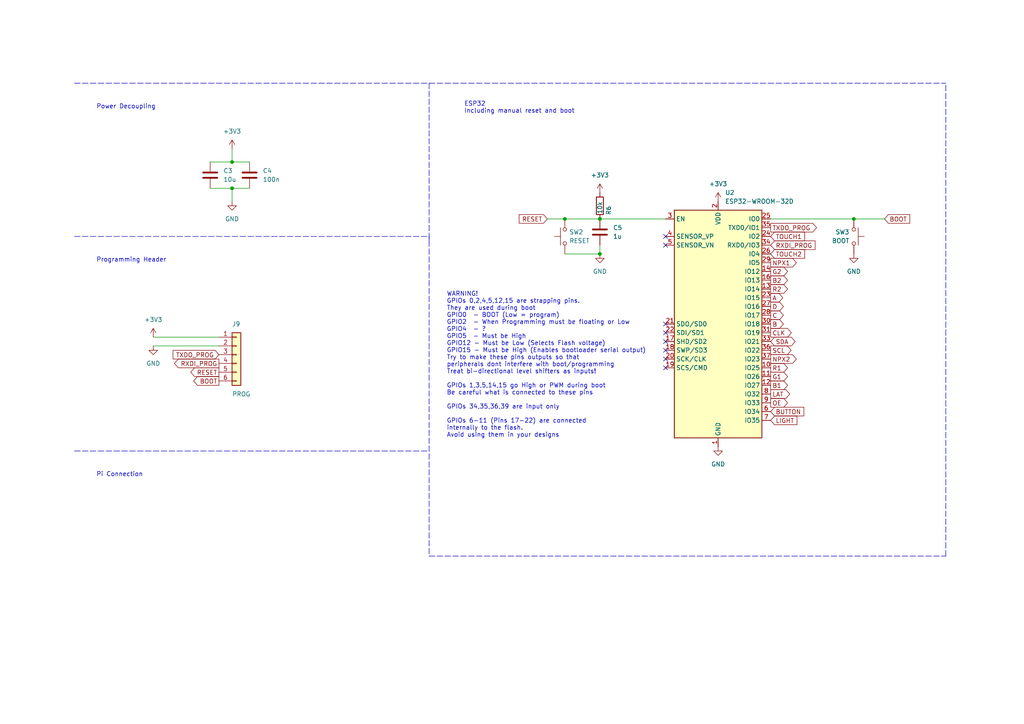
<source format=kicad_sch>
(kicad_sch (version 20211123) (generator eeschema)
  (paper "A4")
  (lib_symbols
    (symbol "Connector_Generic:Conn_01x06" (pin_names (offset 1.016) hide)
      (property "Reference" "J" (at 0 7.62 0))
      (property "Value" "Conn_01x06" (at 0 -10.16 0))
      (symbol "Conn_01x06_1_1"
        (rectangle (start -1.27 -7.493) (end 0 -7.747) (stroke (width 0.1524)))
        (rectangle (start -1.27 -4.953) (end 0 -5.207) (stroke (width 0.1524)))
        (rectangle (start -1.27 -2.413) (end 0 -2.667) (stroke (width 0.1524)))
        (rectangle (start -1.27 0.127) (end 0 -0.127) (stroke (width 0.1524)))
        (rectangle (start -1.27 2.667) (end 0 2.413) (stroke (width 0.1524)))
        (rectangle (start -1.27 5.207) (end 0 4.953) (stroke (width 0.1524)))
        (rectangle (start -1.27 6.35) (end 1.27 -8.89) (stroke (width 0.254)) (fill (type background)))
        (pin passive line (at -5.08 5.08 0) (length 3.81) (name "Pin_1") (number "1"))
        (pin passive line (at -5.08 2.54 0) (length 3.81) (name "Pin_2") (number "2"))
        (pin passive line (at -5.08 0 0) (length 3.81) (name "Pin_3") (number "3"))
        (pin passive line (at -5.08 -2.54 0) (length 3.81) (name "Pin_4") (number "4"))
        (pin passive line (at -5.08 -5.08 0) (length 3.81) (name "Pin_5") (number "5"))
        (pin passive line (at -5.08 -7.62 0) (length 3.81) (name "Pin_6") (number "6"))
      )
    )
    (symbol "Device:C" (pin_numbers hide) (pin_names (offset 0.254))
      (property "Reference" "C" (at 0.635 2.54 0))
      (property "Value" "C" (at 0.635 -2.54 0))
      (symbol "C_0_1"
        (polyline (pts (xy -2.032 -0.762) (xy 2.032 -0.762)) (stroke (width 0.508)))
        (polyline (pts (xy -2.032 0.762) (xy 2.032 0.762)) (stroke (width 0.508)))
      )
      (symbol "C_1_1"
        (pin passive line (at 0 3.81 270) (length 2.794) (name "~") (number "1"))
        (pin passive line (at 0 -3.81 90) (length 2.794) (name "~") (number "2"))
      )
    )
    (symbol "Device:R" (pin_numbers hide) (pin_names (offset 0))
      (property "Reference" "R" (at 2.032 0 90))
      (property "Value" "R" (at 0 0 90))
      (symbol "R_0_1"
        (rectangle (start -1.016 -2.54) (end 1.016 2.54) (stroke (width 0.254)))
      )
      (symbol "R_1_1"
        (pin passive line (at 0 3.81 270) (length 1.27) (name "~") (number "1"))
        (pin passive line (at 0 -3.81 90) (length 1.27) (name "~") (number "2"))
      )
    )
    (symbol "RF_Module:ESP32-WROOM-32D"
      (property "Reference" "U" (at -12.7 34.29 0))
      (property "Value" "ESP32-WROOM-32D" (at 1.27 34.29 0))
      (symbol "ESP32-WROOM-32D_0_1"
        (rectangle (start -12.7 33.02) (end 12.7 -33.02) (stroke (width 0.254)) (fill (type background)))
      )
      (symbol "ESP32-WROOM-32D_1_1"
        (pin power_in line (at 0 -35.56 90) (length 2.54) (name "GND") (number "1"))
        (pin bidirectional line (at 15.24 -12.7 180) (length 2.54) (name "IO25") (number "10"))
        (pin bidirectional line (at 15.24 -15.24 180) (length 2.54) (name "IO26") (number "11"))
        (pin bidirectional line (at 15.24 -17.78 180) (length 2.54) (name "IO27") (number "12"))
        (pin bidirectional line (at 15.24 10.16 180) (length 2.54) (name "IO14") (number "13"))
        (pin bidirectional line (at 15.24 15.24 180) (length 2.54) (name "IO12") (number "14"))
        (pin passive line (at 0 -35.56 90) (length 2.54) hide (name "GND") (number "15"))
        (pin bidirectional line (at 15.24 12.7 180) (length 2.54) (name "IO13") (number "16"))
        (pin bidirectional line (at -15.24 -5.08 0) (length 2.54) (name "SHD/SD2") (number "17"))
        (pin bidirectional line (at -15.24 -7.62 0) (length 2.54) (name "SWP/SD3") (number "18"))
        (pin bidirectional line (at -15.24 -12.7 0) (length 2.54) (name "SCS/CMD") (number "19"))
        (pin power_in line (at 0 35.56 270) (length 2.54) (name "VDD") (number "2"))
        (pin bidirectional line (at -15.24 -10.16 0) (length 2.54) (name "SCK/CLK") (number "20"))
        (pin bidirectional line (at -15.24 0 0) (length 2.54) (name "SDO/SD0") (number "21"))
        (pin bidirectional line (at -15.24 -2.54 0) (length 2.54) (name "SDI/SD1") (number "22"))
        (pin bidirectional line (at 15.24 7.62 180) (length 2.54) (name "IO15") (number "23"))
        (pin bidirectional line (at 15.24 25.4 180) (length 2.54) (name "IO2") (number "24"))
        (pin bidirectional line (at 15.24 30.48 180) (length 2.54) (name "IO0") (number "25"))
        (pin bidirectional line (at 15.24 20.32 180) (length 2.54) (name "IO4") (number "26"))
        (pin bidirectional line (at 15.24 5.08 180) (length 2.54) (name "IO16") (number "27"))
        (pin bidirectional line (at 15.24 2.54 180) (length 2.54) (name "IO17") (number "28"))
        (pin bidirectional line (at 15.24 17.78 180) (length 2.54) (name "IO5") (number "29"))
        (pin input line (at -15.24 30.48 0) (length 2.54) (name "EN") (number "3"))
        (pin bidirectional line (at 15.24 0 180) (length 2.54) (name "IO18") (number "30"))
        (pin bidirectional line (at 15.24 -2.54 180) (length 2.54) (name "IO19") (number "31"))
        (pin no_connect line (at -12.7 -27.94 0) (length 2.54) hide (name "NC") (number "32"))
        (pin bidirectional line (at 15.24 -5.08 180) (length 2.54) (name "IO21") (number "33"))
        (pin bidirectional line (at 15.24 22.86 180) (length 2.54) (name "RXD0/IO3") (number "34"))
        (pin bidirectional line (at 15.24 27.94 180) (length 2.54) (name "TXD0/IO1") (number "35"))
        (pin bidirectional line (at 15.24 -7.62 180) (length 2.54) (name "IO22") (number "36"))
        (pin bidirectional line (at 15.24 -10.16 180) (length 2.54) (name "IO23") (number "37"))
        (pin passive line (at 0 -35.56 90) (length 2.54) hide (name "GND") (number "38"))
        (pin passive line (at 0 -35.56 90) (length 2.54) hide (name "GND") (number "39"))
        (pin input line (at -15.24 25.4 0) (length 2.54) (name "SENSOR_VP") (number "4"))
        (pin input line (at -15.24 22.86 0) (length 2.54) (name "SENSOR_VN") (number "5"))
        (pin input line (at 15.24 -25.4 180) (length 2.54) (name "IO34") (number "6"))
        (pin input line (at 15.24 -27.94 180) (length 2.54) (name "IO35") (number "7"))
        (pin bidirectional line (at 15.24 -20.32 180) (length 2.54) (name "IO32") (number "8"))
        (pin bidirectional line (at 15.24 -22.86 180) (length 2.54) (name "IO33") (number "9"))
      )
    )
    (symbol "Switch:SW_Push" (pin_numbers hide) (pin_names (offset 1.016) hide)
      (property "Reference" "SW" (at 1.27 2.54 0))
      (property "Value" "SW_Push" (at 0 -1.524 0))
      (symbol "SW_Push_0_1"
        (circle (center -2.032 0) (radius 0.508))
        (polyline (pts (xy 0 1.27) (xy 0 3.048)))
        (polyline (pts (xy 2.54 1.27) (xy -2.54 1.27)))
        (circle (center 2.032 0) (radius 0.508))
        (pin passive line (at -5.08 0 0) (length 2.54) (name "1") (number "1"))
        (pin passive line (at 5.08 0 180) (length 2.54) (name "2") (number "2"))
      )
    )
    (symbol "power:+3V3" (power) (pin_names (offset 0))
      (property "Value" "+3V3" (at 0 3.556 0))
      (symbol "+3V3_0_1"
        (polyline (pts (xy -0.762 1.27) (xy 0 2.54)))
        (polyline (pts (xy 0 0) (xy 0 2.54)))
        (polyline (pts (xy 0 2.54) (xy 0.762 1.27)))
      )
      (symbol "+3V3_1_1"
        (pin power_in line (at 0 0 90) (length 0) hide (name "+3V3") (number "1"))
      )
    )
    (symbol "power:GND" (power) (pin_names (offset 0))
      (property "Value" "GND" (at 0 -3.81 0))
      (symbol "GND_0_1"
        (polyline (pts (xy 0 0) (xy 0 -1.27) (xy 1.27 -1.27) (xy 0 -2.54) (xy -1.27 -1.27) (xy 0 -1.27)))
      )
      (symbol "GND_1_1"
        (pin power_in line (at 0 0 270) (length 0) hide (name "GND") (number "1"))
      )
    )
  )
  (junction (at 247.65 63.5))
  (junction (at 67.31 54.61))
  (junction (at 173.99 63.5))
  (junction (at 173.99 73.66))
  (junction (at 67.31 46.99))
  (junction (at 163.83 63.5))
  (no_connect (at 193.04 104.14))
  (no_connect (at 193.04 106.68))
  (no_connect (at 193.04 93.98))
  (no_connect (at 193.04 96.52))
  (no_connect (at 193.04 99.06))
  (no_connect (at 193.04 101.6))
  (no_connect (at 193.04 68.58))
  (no_connect (at 193.04 71.12))
  (wire (pts (xy 247.65 63.5) (xy 256.54 63.5)))
  (polyline (pts (xy 124.46 24.13) (xy 124.46 161.29)))
  (polyline (pts (xy 124.46 161.29) (xy 274.32 161.29)))
  (polyline (pts (xy 21.59 130.81) (xy 124.46 130.81)))
  (wire (pts (xy 223.52 63.5) (xy 247.65 63.5)))
  (wire (pts (xy 67.31 54.61) (xy 72.39 54.61)))
  (wire (pts (xy 173.99 63.5) (xy 193.04 63.5)))
  (wire (pts (xy 67.31 43.18) (xy 67.31 46.99)))
  (wire (pts (xy 163.83 63.5) (xy 173.99 63.5)))
  (wire (pts (xy 60.96 54.61) (xy 67.31 54.61)))
  (wire (pts (xy 44.45 97.79) (xy 63.5 97.79)))
  (wire (pts (xy 67.31 46.99) (xy 72.39 46.99)))
  (polyline (pts (xy 124.46 68.58) (xy 124.46 69.85)))
  (polyline (pts (xy 21.59 24.13) (xy 124.46 24.13)))
  (wire (pts (xy 158.75 63.5) (xy 163.83 63.5)))
  (polyline (pts (xy 124.46 24.13) (xy 274.32 24.13)))
  (wire (pts (xy 60.96 46.99) (xy 67.31 46.99)))
  (wire (pts (xy 173.99 73.66) (xy 173.99 71.12)))
  (wire (pts (xy 67.31 54.61) (xy 67.31 58.42)))
  (polyline (pts (xy 21.59 68.58) (xy 124.46 68.58)))
  (polyline (pts (xy 274.32 161.29) (xy 274.32 24.13)))
  (wire (pts (xy 163.83 73.66) (xy 173.99 73.66)))
  (wire (pts (xy 44.45 100.33) (xy 63.5 100.33)))
  (text "Pi Connection" (at 27.94 138.43 0) (effects (font (size 1.27 1.27)) (justify left bottom)))
  (text "ESP32\nIncluding manual reset and boot" (at 134.62 33.02 0) (effects (font (size 1.27 1.27)) (justify left bottom)))
  (text "Programming Header" (at 27.94 76.2 0) (effects (font (size 1.27 1.27)) (justify left bottom)))
  (text "WARNING!\nGPIOs 0,2,4,5,12,15 are strapping pins.\nThey are used during boot\nGPIO0  - BOOT (Low = program)\nGPIO2  - When Programming must be floating or Low\nGPIO4  - ?\nGPIO5  - Must be High\nGPIO12 - Must be Low (Selects Flash voltage)\nGPIO15 - Must be High (Enables bootloader serial output)\nTry to make these pins outputs so that\nperipherals dont interfere with boot/programming\nTreat bi-directional level shifters as inputs!\n\nGPIOs 1,3,5,14,15 go High or PWM during boot\nBe careful what is connected to these pins\n\nGPIOs 34,35,36,39 are input only\n\nGPIOs 6-11 (Pins 17-22) are connected\ninternally to the flash.\nAvoid using them in your designs" (at 129.54 127 0) (effects (font (size 1.27 1.27)) (justify left bottom)))
  (text "Power Decoupling" (at 27.94 31.75 0) (effects (font (size 1.27 1.27)) (justify left bottom)))
  (global_label "D" (shape output) (at 223.52 88.9 0) (property "Intersheet References" "${INTERSHEET_REFS}" (effects hide)))
  (global_label "B1" (shape output) (at 223.52 111.76 0) (property "Intersheet References" "${INTERSHEET_REFS}" (effects hide)))
  (global_label "B" (shape output) (at 223.52 93.98 0) (property "Intersheet References" "${INTERSHEET_REFS}" (effects hide)))
  (global_label "R2" (shape output) (at 223.52 83.82 0) (property "Intersheet References" "${INTERSHEET_REFS}" (effects hide)))
  (global_label "G1" (shape output) (at 223.52 109.22 0) (property "Intersheet References" "${INTERSHEET_REFS}" (effects hide)))
  (global_label "A" (shape output) (at 223.52 86.36 0) (property "Intersheet References" "${INTERSHEET_REFS}" (effects hide)))
  (global_label "LAT" (shape output) (at 223.52 114.3 0) (property "Intersheet References" "${INTERSHEET_REFS}" (effects hide)))
  (global_label "R1" (shape output) (at 223.52 106.68 0) (property "Intersheet References" "${INTERSHEET_REFS}" (effects hide)))
  (global_label "TXDO_PROG" (shape input) (at 63.5 102.87 180) (property "Intersheet References" "${INTERSHEET_REFS}" (effects hide)))
  (global_label "SDA" (shape bidirectional) (at 223.52 99.06 0) (property "Intersheet References" "${INTERSHEET_REFS}" (effects hide)))
  (global_label "B2" (shape output) (at 223.52 81.28 0) (property "Intersheet References" "${INTERSHEET_REFS}" (effects hide)))
  (global_label "BOOT" (shape output) (at 63.5 110.49 180) (property "Intersheet References" "${INTERSHEET_REFS}" (effects hide)))
  (global_label "LIGHT" (shape input) (at 223.52 121.92 0) (property "Intersheet References" "${INTERSHEET_REFS}" (effects hide)))
  (global_label "RXDI_PROG" (shape input) (at 223.52 71.12 0) (property "Intersheet References" "${INTERSHEET_REFS}" (effects hide)))
  (global_label "NPX1" (shape output) (at 223.52 76.2 0) (property "Intersheet References" "${INTERSHEET_REFS}" (effects hide)))
  (global_label "NPX2" (shape output) (at 223.52 104.14 0) (property "Intersheet References" "${INTERSHEET_REFS}" (effects hide)))
  (global_label "OE" (shape output) (at 223.52 116.84 0) (property "Intersheet References" "${INTERSHEET_REFS}" (effects hide)))
  (global_label "C" (shape output) (at 223.52 91.44 0) (property "Intersheet References" "${INTERSHEET_REFS}" (effects hide)))
  (global_label "RESET" (shape output) (at 63.5 107.95 180) (property "Intersheet References" "${INTERSHEET_REFS}" (effects hide)))
  (global_label "CLK" (shape output) (at 223.52 96.52 0) (property "Intersheet References" "${INTERSHEET_REFS}" (effects hide)))
  (global_label "RXDI_PROG" (shape output) (at 63.5 105.41 180) (property "Intersheet References" "${INTERSHEET_REFS}" (effects hide)))
  (global_label "G2" (shape output) (at 223.52 78.74 0) (property "Intersheet References" "${INTERSHEET_REFS}" (effects hide)))
  (global_label "BOOT" (shape input) (at 256.54 63.5 0) (property "Intersheet References" "${INTERSHEET_REFS}" (effects hide)))
  (global_label "BUTTON" (shape input) (at 223.52 119.38 0) (property "Intersheet References" "${INTERSHEET_REFS}" (effects hide)))
  (global_label "TOUCH1" (shape input) (at 223.52 68.58 0) (property "Intersheet References" "${INTERSHEET_REFS}" (effects hide)))
  (global_label "TOUCH2" (shape input) (at 223.52 73.66 0) (property "Intersheet References" "${INTERSHEET_REFS}" (effects hide)))
  (global_label "RESET" (shape input) (at 158.75 63.5 180) (property "Intersheet References" "${INTERSHEET_REFS}" (effects hide)))
  (global_label "SCL" (shape output) (at 223.52 101.6 0) (property "Intersheet References" "${INTERSHEET_REFS}" (effects hide)))
  (global_label "TXDO_PROG" (shape output) (at 223.52 66.04 0) (property "Intersheet References" "${INTERSHEET_REFS}" (effects hide)))
  (symbol (lib_id "Connector_Generic:Conn_01x06") (at 68.58 102.87 0) (unit 1)
    (property "Reference" "J9" (at 67.31 93.98 0) (effects (justify left)))
    (property "Value" "PROG" (at 67.31 114.3 0) (effects (justify left)))
    (property "Footprint" "Connector_PinHeader_2.54mm:PinHeader_1x06_P2.54mm_Vertical" (effects hide))
  )
  (symbol (lib_id "power:+3V3") (at 67.31 43.18 0) (unit 1)
    (property "Reference" "#PWR030" (effects hide))
    (property "Value" "+3V3" (at 67.31 38.1 0))
  )
  (symbol (lib_id "power:+3V3") (at 173.99 55.88 0) (unit 1)
    (property "Reference" "#PWR032" (effects hide))
    (property "Value" "+3V3" (at 173.99 50.8 0))
  )
  (symbol (lib_id "Device:C") (at 173.99 67.31 0) (unit 1)
    (property "Reference" "C5" (at 177.8 66.0399 0) (effects (justify left)))
    (property "Value" "1u" (at 177.8 68.5799 0) (effects (justify left)))
    (property "Footprint" "Capacitor_SMD:C_0603_1608Metric" (effects hide))
    (property "LCSC" "C15849" (effects hide))
  )
  (symbol (lib_id "RF_Module:ESP32-WROOM-32D") (at 208.28 93.98 0) (unit 1)
    (property "Reference" "U2" (at 210.2994 55.88 0) (effects (justify left)))
    (property "Value" "ESP32-WROOM-32D" (at 210.2994 58.42 0) (effects (justify left)))
    (property "Footprint" "RF_Module:ESP32-WROOM-32" (effects hide))
    (property "Datasheet" "https://www.espressif.com/sites/default/files/documentation/esp32-wroom-32d_esp32-wroom-32u_datasheet_en.pdf" (effects hide))
    (property "LCSC" "C473012" (effects hide))
    (property "JLCPCB_CORRECTION" "0; 0; 90" (effects hide))
  )
  (symbol (lib_id "power:GND") (at 67.31 58.42 0) (unit 1)
    (property "Reference" "#PWR031" (effects hide))
    (property "Value" "GND" (at 67.31 63.5 0))
  )
  (symbol (lib_id "power:GND") (at 247.65 73.66 0) (unit 1)
    (property "Reference" "#PWR036" (effects hide))
    (property "Value" "GND" (at 247.65 78.74 0))
  )
  (symbol (lib_id "power:GND") (at 173.99 73.66 0) (unit 1)
    (property "Reference" "#PWR033" (effects hide))
    (property "Value" "GND" (at 173.99 78.74 0))
  )
  (symbol (lib_id "Device:C") (at 72.39 50.8 0) (unit 1)
    (property "Reference" "C4" (at 76.2 49.5299 0) (effects (justify left)))
    (property "Value" "100n" (at 76.2 52.0699 0) (effects (justify left)))
    (property "Footprint" "Capacitor_SMD:C_0603_1608Metric" (effects hide))
    (property "LCSC" "C14663" (effects hide))
  )
  (symbol (lib_id "Switch:SW_Push") (at 247.65 68.58 270) (mirror x) (unit 1)
    (property "Reference" "SW3" (at 246.38 67.3099 90) (effects (justify right)))
    (property "Value" "BOOT" (at 246.38 69.8499 90) (effects (justify right)))
    (property "Footprint" "Button_Switch_SMD:SW_Push_1P1T_NO_CK_KSC7xxJ" (effects hide))
    (property "LCSC" "C318884" (effects hide))
  )
  (symbol (lib_id "power:+3V3") (at 208.28 58.42 0) (unit 1)
    (property "Reference" "#PWR034" (effects hide))
    (property "Value" "+3V3" (at 208.28 53.34 0))
  )
  (symbol (lib_id "Device:C") (at 60.96 50.8 0) (unit 1)
    (property "Reference" "C3" (at 64.77 49.5299 0) (effects (justify left)))
    (property "Value" "10u" (at 64.77 52.0699 0) (effects (justify left)))
    (property "Footprint" "Capacitor_SMD:C_1206_3216Metric" (effects hide))
    (property "LCSC" "C13585" (effects hide))
  )
  (symbol (lib_id "power:+3V3") (at 44.45 97.79 0) (unit 1)
    (property "Reference" "#PWR028" (effects hide))
    (property "Value" "+3V3" (at 44.45 92.71 0))
  )
  (symbol (lib_id "Switch:SW_Push") (at 163.83 68.58 90) (unit 1)
    (property "Reference" "SW2" (at 165.1 67.3099 90) (effects (justify right)))
    (property "Value" "RESET" (at 165.1 69.8499 90) (effects (justify right)))
    (property "Footprint" "Button_Switch_SMD:SW_Push_1P1T_NO_CK_KSC7xxJ" (effects hide))
    (property "LCSC" "C318884" (effects hide))
  )
  (symbol (lib_id "power:GND") (at 208.28 129.54 0) (unit 1)
    (property "Reference" "#PWR035" (effects hide))
    (property "Value" "GND" (at 208.28 134.62 0))
  )
  (symbol (lib_id "power:GND") (at 44.45 100.33 0) (unit 1)
    (property "Reference" "#PWR029" (effects hide))
    (property "Value" "GND" (at 44.45 105.41 0))
  )
  (symbol (lib_id "Device:R") (at 173.99 59.69 180) (unit 1)
    (property "Reference" "R6" (at 176.53 59.69 90) (effects (justify left)))
    (property "Value" "10k" (at 173.99 58.42 90) (effects (justify left)))
    (property "Footprint" "Resistor_SMD:R_0603_1608Metric_Pad0.98x0.95mm_HandSolder" (effects hide))
    (property "LCSC" "C25804" (effects hide))
  )
)
</source>
